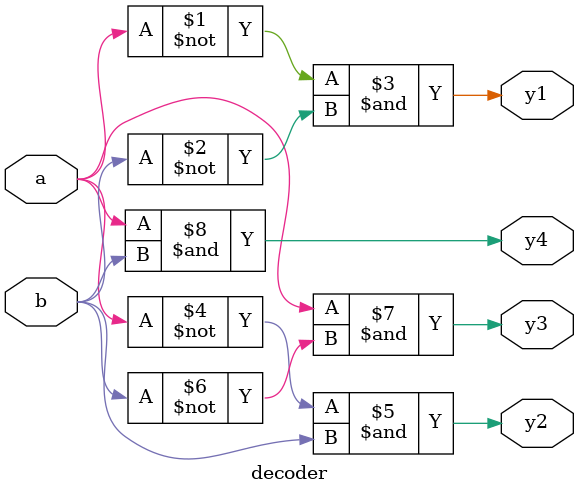
<source format=v>
`timescale 1ns / 1ps
module decoder(a,b,y1,y2,y3,y4
    );

input a,b;
output y1,y2,y3,y4;
assign y1=~a&~b;
assign y2=~a&b;
assign y3=a&~b;
assign y4=a&b;
/*
structural style of code
module decorder2(a,b,y1,y2,y3,y4);
input a,b;
output y1,y2,y3,y4;
not n1(w1,a);
not n2(w2,b);
and a1(y1,w1,w2);
and a2(y3,a,w2);
and a3(y4,a,b);
endmodule
*/
/*
behavioural style of coding
module decoder2(a,b,en,dout);
input a,b,en;
output[3:0]dout;
always@(a,b,en)
begin
if(en==0)
dout=4'bzzzz;
else
case({a,b})
2'b00:dout=4'b0001;
2'b01:dout=4'b0010;
2'b10:dout=4'b0100;
2'b11:dout=4'b1000;
endcase
end
endmodule
*/
endmodule

</source>
